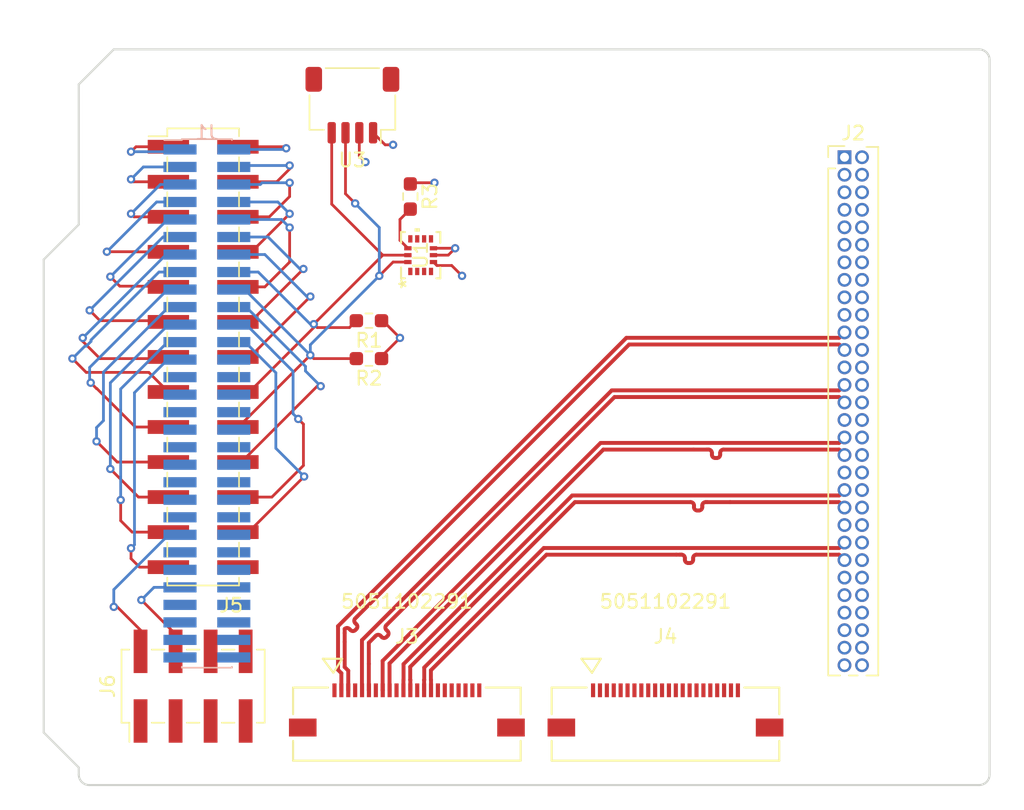
<source format=kicad_pcb>
(kicad_pcb (version 20241229) (generator "pcbnew") (generator_version "9.0")
  (layers (0 "F.Cu" signal) (4 "In1.Cu" signal) (6 "In2.Cu" signal) (2 "B.Cu" signal) (13 "F.Paste" user) (15 "B.Paste" user) (5 "F.SilkS" user "F.Silkscreen") (7 "B.SilkS" user "B.Silkscreen") (1 "F.Mask" user) (3 "B.Mask" user) (25 "Edge.Cuts" user))
  (net 0 "")
  (net 1 "/EAR_M_R")
  (net 2 "/MCU_PSSI_D6")
  (net 3 "/MCU_TRACE_D0")
  (net 4 "GND")
  (net 5 "/MCU_PSSI_PDCK")
  (net 6 "/MCU_TRACE_D3")
  (net 7 "/SOC_GPIO_2_SE0")
  (net 8 "/MCU_I2C4_SDA")
  (net 9 "/LINEOUT_M")
  (net 10 "/HPH_L")
  (net 11 "/LINEOUT_P")
  (net 12 "/EAR_P_R")
  (net 13 "/SOC_GPIO_28")
  (net 14 "/MCU_OPAMP1_VINP")
  (net 15 "/SOC_GPIO_99")
  (net 16 "/MCU_CRS_SYNC")
  (net 17 "/SOC_GPIO_86_SE0")
  (net 18 "/MIC2_BIAS")
  (net 19 "/MCU_TRACE_CLK")
  (net 20 "/SOC_GPIO_18")
  (net 21 "/SOC_GPIO_101")
  (net 22 "/SOC_GPIO_98")
  (net 23 "/HPH_R")
  (net 24 "/MCU_PSSI_D0")
  (net 25 "/MCU_PSSI_D2")
  (net 26 "/HPH_REF")
  (net 27 "/SOC_GPIO_82_SE0")
  (net 28 "/MCU_PSSI_D7")
  (net 29 "/MCU_PSSI_DE")
  (net 30 "/SOC_GPIO_0_SE0")
  (net 31 "/MIC2_INP")
  (net 32 "/MCU_OPAMP1_VOUT")
  (net 34 "/MCU_PSSI_D4")
  (net 35 "/MCU_TRACE_D2")
  (net 36 "/SOC_GPIO_1_SE0")
  (net 37 "/MCU_PE8")
  (net 38 "/MCU_SDMMC1_CMD")
  (net 39 "/SOC_GPIO_100")
  (net 40 "/MCU_PSSI_D3")
  (net 41 "/MCU_PSSI_RDY")
  (net 42 "/MCU_PSSI_D1")
  (net 43 "/MCU_PE7")
  (net 44 "/SOC_GPIO_3_SE0")
  (net 45 "/MCU_PSSI_D5")
  (net 46 "/MCU_MCO")
  (net 47 "/MCU_OPAMP1_VINM")
  (net 49 "/MIC2_INM")
  (net 50 "/HS_DET")
  (net 51 "/MCU_I2C4_SCL")
  (net 52 "/CCI_I2C_SDA1")
  (net 53 "/CCI_I2C_SCL1")
  (net 56 "/CCI_I2C_SDA0")
  (net 57 "/CCI_I2C_SCL0")
  (net 58 "/SOC_CAM_MCLK0")
  (net 59 "/SOC_CAM_MCLK1")
  (net 60 "VBUS")
  (net 61 "+3.3V")
  (net 62 "+1V8")
  (net 63 "VBAT")
  (net 64 "+3V3")
  (net 65 "/SCL0_3.3V")
  (net 68 "/SDA0_3.3V")
  (net 72 "/MIPI_DSI0_L3_P")
  (net 73 "/MIPI_DSI0_L2_P")
  (net 74 "/MIPI_DSI0_L3_N")
  (net 75 "/MIPI_DSI0_L2_N")
  (net 76 "/MIPI_DSI0_CLK_P")
  (net 77 "/MIPI_DSI0_L1_P")
  (net 78 "/MIPI_DSI0_L1_N")
  (net 79 "/MIPI_DSI0_L0_N")
  (net 80 "/MIPI_DSI0_L0_P")
  (net 81 "/MIPI_DSI0_CLK_N")
  (net 82 "/CSI1_LN3_N")
  (net 83 "/CSI1_LN2_N")
  (net 84 "/CSI1_LN1_P")
  (net 85 "/CSI0_CLK_N")
  (net 86 "/CSI0_LN0_N")
  (net 87 "/CSI0_LN0_P")
  (net 88 "/CSI0_LN3_N")
  (net 89 "/CSI1_LN3_P")
  (net 90 "/CSI1_LN0_P")
  (net 91 "/CSI0_LN1_P")
  (net 92 "/CSI1_CLK_N")
  (net 93 "/CSI1_LN2_P")
  (net 94 "/CSI1_LN0_N")
  (net 95 "/CSI0_LN3_P")
  (net 96 "/CSI1_CLK_P")
  (net 97 "/CSI0_LN1_N")
  (net 98 "/CSI0_LN2_N")
  (net 99 "/CSI1_LN1_N")
  (net 100 "/CSI0_CLK_P")
  (net 101 "/CSI0_LN2_P")
  (net 102 "/SDA1_3.3V")
  (net 103 "/SCL1_3.3V")
  (net 104 "/CS")
  (footprint "robotics-footprints:LGA-14L_2P5X3X0P83_STM" (layer "F.Cu") (at 141.75 82.5 90)
    (property "Reference" "U1")
    (property "Value" "LSM6DSO32")
  )
  (footprint "Resistor_SMD:R_0603_1608Metric_Pad0.98x0.95mm_HandSolder" (layer "F.Cu") (at 138 90 180)
    (property "Reference" "R2")
    (property "Value" "10k")
  )
  (footprint "Connector_PinSocket_2.54mm:PinSocket_2x13_P2.54mm_Vertical_SMD" (layer "F.Cu") (at 126.08 89.88)
    (property "Reference" "J5")
    (property "Value" "Conn_02x13_Odd_Even")
  )
  (footprint "Connector_JST:JST_SH_SM04B-SRSS-TB_1x04-1MP_P1.00mm_Horizontal" (layer "F.Cu") (at 136.8 71.625 180)
    (property "Reference" "U3")
    (property "Value" "~")
  )
  (footprint "Connector_PinHeader_2.54mm:PinHeader_2x04_P2.54mm_Vertical_SMD" (layer "F.Cu") (at 125.25 113.75 90)
    (property "Reference" "J6")
    (property "Value" "Conn_02x04_Odd_Even")
  )
  (footprint "robotics-footprints:CON_5051102291_MOL" (layer "F.Cu") (at 159.5 116.5)
    (property "Reference" "J4")
    (property "Value" "Connector_FFC-FPC")
  )
  (footprint "Resistor_SMD:R_0603_1608Metric_Pad0.98x0.95mm_HandSolder" (layer "F.Cu") (at 141 78.25 -90)
    (property "Reference" "R3")
    (property "Value" "10k")
  )
  (footprint "Resistor_SMD:R_0603_1608Metric_Pad0.98x0.95mm_HandSolder" (layer "F.Cu") (at 138 87.25 180)
    (property "Reference" "R1")
    (property "Value" "10k")
  )
  (footprint "robotics-footprints:CON_5051102291_MOL" (layer "F.Cu") (at 140.75 116.5)
    (property "Reference" "J3")
    (property "Value" "Connector_FFC-FPC")
  )
  (footprint "Connector_PinHeader_1.27mm:PinHeader_2x30_P1.27mm_Vertical" (layer "B.Cu") (at 172.48 75.4 180)
    (property "Reference" "J2")
    (property "Value" "Conn_02x30_Odd_Even")
  )
  (footprint "Connector_PinHeader_1.27mm:PinHeader_2x30_P1.27mm_Vertical_SMD" (layer "B.Cu") (at 126.25 93.25 180)
    (property "Reference" "J1")
    (property "Value" "Conn_02x30_Odd_Even")
  )
  (gr_line (start 116.96 70.12) (end 116.96 80.28) (stroke (width 0.15)) (layer "Edge.Cuts"))
  (gr_line (start 114.42 117.11) (end 116.96 119.65) (stroke (width 0.15)) (layer "Edge.Cuts"))
  (gr_line (start 117.722 120.92) (end 182.238 120.92) (stroke (width 0.15)) (layer "Edge.Cuts"))
  (gr_arc (start 182.238 67.58) (mid 182.776815 67.803185) (end 183 68.342) (stroke (width 0.15)) (layer "Edge.Cuts"))
  (gr_line (start 119.5 67.58) (end 116.96 70.12) (stroke (width 0.15)) (layer "Edge.Cuts"))
  (gr_line (start 183 120.158) (end 183 68.342) (stroke (width 0.15)) (layer "Edge.Cuts"))
  (gr_line (start 116.96 80.28) (end 114.42 82.82) (stroke (width 0.15)) (layer "Edge.Cuts"))
  (gr_line (start 114.42 82.82) (end 114.42 117.11) (stroke (width 0.15)) (layer "Edge.Cuts"))
  (gr_line (start 116.96 119.65) (end 116.96 120.158) (stroke (width 0.15)) (layer "Edge.Cuts"))
  (gr_arc (start 117.722 120.92) (mid 117.183185 120.696815) (end 116.96 120.158) (stroke (width 0.15)) (layer "Edge.Cuts"))
  (gr_arc (start 183 120.158) (mid 182.776815 120.696815) (end 182.238 120.92) (stroke (width 0.15)) (layer "Edge.Cuts"))
  (gr_line (start 182.238 67.58) (end 119.5 67.58) (stroke (width 0.15)) (layer "Edge.Cuts"))
  (segment (start 117.25 88.5) (end 117.25 88.75) (width 0.2) (layer "F.Cu") (net 2))
  (segment (start 117.25 88.75) (end 118.5 90) (width 0.2) (layer "F.Cu") (net 2))
  (segment (start 123.34 90) (end 123.46 89.88) (width 0.2) (layer "F.Cu") (net 2))
  (segment (start 118.5 90) (end 123.34 90) (width 0.2) (layer "F.Cu") (net 2))
  (via (at 117.25 88.5) (size 0.6) (drill 0.3) (layers "F.Cu" "B.Cu") (net 2))
  (segment (start 123.295 82.455) (end 124.3 82.455) (width 0.2) (layer "B.Cu") (net 2))
  (segment (start 117.25 88.5) (end 123.295 82.455) (width 0.2) (layer "B.Cu") (net 2))
  (segment (start 130.78 79.72) (end 128.5 79.72) (width 0.2) (layer "F.Cu") (net 3))
  (segment (start 132.25 77.25) (end 132.25 78.25) (width 0.2) (layer "F.Cu") (net 3))
  (segment (start 132.25 78.25) (end 130.78 79.72) (width 0.2) (layer "F.Cu") (net 3))
  (via (at 132.25 77.25) (size 0.6) (drill 0.3) (layers "F.Cu" "B.Cu") (net 3))
  (segment (start 132.25 77.25) (end 130.25 77.25) (width 0.2) (layer "B.Cu") (net 3))
  (segment (start 130.125 77.375) (end 128.2 77.375) (width 0.2) (layer "B.Cu") (net 3))
  (segment (start 130.25 77.25) (end 130.125 77.375) (width 0.2) (layer "B.Cu") (net 3))
  (segment (start 144.25 82) (end 142.6771 82.000001) (width 0.2) (layer "F.Cu") (net 4))
  (segment (start 143.75 82.5) (end 144.25 82) (width 0.2) (layer "F.Cu") (net 4))
  (segment (start 139.75 74.5) (end 139.175 74.5) (width 0.2) (layer "F.Cu") (net 4))
  (segment (start 139.175 74.5) (end 138.3 73.625) (width 0.2) (layer "F.Cu") (net 4))
  (segment (start 142.6771 82.5) (end 143.75 82.5) (width 0.2) (layer "F.Cu") (net 4))
  (via (at 139.75 74.5) (size 0.6) (drill 0.3) (layers "F.Cu" "B.Cu") (net 4))
  (via (at 144.25 82) (size 0.6) (drill 0.3) (layers "F.Cu" "B.Cu") (net 4))
  (segment (start 118.275265 92.174265) (end 121.061 94.96) (width 0.2) (layer "F.Cu") (net 5))
  (segment (start 118.25 92.174265) (end 118.275265 92.174265) (width 0.2) (layer "F.Cu") (net 5))
  (segment (start 117.825735 91.75) (end 118.25 92.174265) (width 0.2) (layer "F.Cu") (net 5))
  (segment (start 121.061 94.96) (end 123.46 94.96) (width 0.2) (layer "F.Cu") (net 5))
  (via (at 117.825735 91.75) (size 0.6) (drill 0.3) (layers "F.Cu" "B.Cu") (net 5))
  (segment (start 117.75 90.643) (end 123.398 84.995) (width 0.2) (layer "B.Cu") (net 5))
  (segment (start 117.75 91.649) (end 117.75 90.643) (width 0.2) (layer "B.Cu") (net 5))
  (segment (start 117.825735 91.724735) (end 117.75 91.649) (width 0.2) (layer "B.Cu") (net 5))
  (segment (start 123.398 84.995) (end 124.3 84.995) (width 0.2) (layer "B.Cu") (net 5))
  (segment (start 117.825735 91.75) (end 117.825735 91.724735) (width 0.2) (layer "B.Cu") (net 5))
  (segment (start 130.45 84.8) (end 128.5 84.8) (width 0.2) (layer "F.Cu") (net 6))
  (segment (start 132.25 80.5) (end 132.25 83) (width 0.2) (layer "F.Cu") (net 6))
  (segment (start 132.25 83) (end 130.45 84.8) (width 0.2) (layer "F.Cu") (net 6))
  (via (at 132.25 80.5) (size 0.6) (drill 0.3) (layers "F.Cu" "B.Cu") (net 6))
  (segment (start 128.2 79.915) (end 131.665 79.915) (width 0.2) (layer "B.Cu") (net 6))
  (segment (start 131.665 79.915) (end 132.25 80.5) (width 0.2) (layer "B.Cu") (net 6))
  (segment (start 137.0875 90) (end 134 90) (width 0.2) (layer "F.Cu") (net 8))
  (segment (start 136.3 78.05) (end 136.3 73.625) (width 0.2) (layer "F.Cu") (net 8))
  (segment (start 138.75 84) (end 139.750001 82.999999) (width 0.2) (layer "F.Cu") (net 8))
  (segment (start 134 90) (end 133.75 89.75) (width 0.2) (layer "F.Cu") (net 8))
  (segment (start 133.75 89.75) (end 128.54 94.96) (width 0.2) (layer "F.Cu") (net 8))
  (segment (start 137 78.75) (end 136.3 78.05) (width 0.2) (layer "F.Cu") (net 8))
  (segment (start 139.750001 82.999999) (end 140.8229 82.999999) (width 0.2) (layer "F.Cu") (net 8))
  (segment (start 128.54 94.96) (end 128.5 94.96) (width 0.2) (layer "F.Cu") (net 8))
  (via (at 137 78.75) (size 0.6) (drill 0.3) (layers "F.Cu" "B.Cu") (net 8))
  (via (at 138.75 84) (size 0.6) (drill 0.3) (layers "F.Cu" "B.Cu") (net 8))
  (via (at 133.75 89.75) (size 0.6) (drill 0.3) (layers "F.Cu" "B.Cu") (net 8))
  (segment (start 138.75 80.5) (end 137 78.75) (width 0.2) (layer "B.Cu") (net 8))
  (segment (start 128.995 84.995) (end 128.2 84.995) (width 0.2) (layer "B.Cu") (net 8))
  (segment (start 133.75 89) (end 138.75 84) (width 0.2) (layer "B.Cu") (net 8))
  (segment (start 133.75 89.75) (end 133.75 89) (width 0.2) (layer "B.Cu") (net 8))
  (segment (start 138.75 84) (end 138.75 80.5) (width 0.2) (layer "B.Cu") (net 8))
  (segment (start 133.75 89.75) (end 128.995 84.995) (width 0.2) (layer "B.Cu") (net 8))
  (segment (start 121.5 107.5) (end 123.98 109.98) (width 0.2) (layer "F.Cu") (net 13))
  (segment (start 123.98 109.98) (end 123.98 111.225) (width 0.2) (layer "F.Cu") (net 13))
  (via (at 121.5 107.5) (size 0.6) (drill 0.3) (layers "F.Cu" "B.Cu") (net 13))
  (segment (start 122.415 106.585) (end 121.5 107.5) (width 0.2) (layer "B.Cu") (net 13))
  (segment (start 124.3 106.585) (end 122.415 106.585) (width 0.2) (layer "B.Cu") (net 13))
  (segment (start 130.96 100.04) (end 128.5 100.04) (width 0.2) (layer "F.Cu") (net 14))
  (segment (start 133.25 97.75) (end 130.96 100.04) (width 0.2) (layer "F.Cu") (net 14))
  (segment (start 132.875 94.375) (end 133.25 94.75) (width 0.2) (layer "F.Cu") (net 14))
  (segment (start 133.25 94.75) (end 133.25 97.75) (width 0.2) (layer "F.Cu") (net 14))
  (via (at 132.875 94.375) (size 0.6) (drill 0.3) (layers "F.Cu" "B.Cu") (net 14))
  (segment (start 129.102 87.535) (end 128.2 87.535) (width 0.2) (layer "B.Cu") (net 14))
  (segment (start 132.5 90.933) (end 129.102 87.535) (width 0.2) (layer "B.Cu") (net 14))
  (segment (start 132.5 94) (end 132.5 90.933) (width 0.2) (layer "B.Cu") (net 14))
  (segment (start 132.875 94.375) (end 132.5 94) (width 0.2) (layer "B.Cu") (net 14))
  (segment (start 121.37 105.12) (end 123.46 105.12) (width 0.2) (layer "F.Cu") (net 16))
  (segment (start 120.75 104.5) (end 121.37 105.12) (width 0.2) (layer "F.Cu") (net 16))
  (segment (start 120.75 103.75) (end 120.75 104.5) (width 0.2) (layer "F.Cu") (net 16))
  (via (at 120.75 103.75) (size 0.6) (drill 0.3) (layers "F.Cu" "B.Cu") (net 16))
  (segment (start 121 92.473) (end 123.398 90.075) (width 0.2) (layer "B.Cu") (net 16))
  (segment (start 121 103.5) (end 121 92.473) (width 0.2) (layer "B.Cu") (net 16))
  (segment (start 123.398 90.075) (end 124.3 90.075) (width 0.2) (layer "B.Cu") (net 16))
  (segment (start 120.75 103.75) (end 121 103.5) (width 0.2) (layer "B.Cu") (net 16))
  (segment (start 119.5 108) (end 119.75 108) (width 0.2) (layer "F.Cu") (net 17))
  (segment (start 121.44 109.69) (end 121.44 111.225) (width 0.2) (layer "F.Cu") (net 17))
  (segment (start 119.75 108) (end 121.44 109.69) (width 0.2) (layer "F.Cu") (net 17))
  (via (at 119.5 108) (size 0.6) (drill 0.3) (layers "F.Cu" "B.Cu") (net 17))
  (segment (start 123.475 102.775) (end 124.3 102.775) (width 0.2) (layer "B.Cu") (net 17))
  (segment (start 119.5 108) (end 119.5 106.75) (width 0.2) (layer "B.Cu") (net 17))
  (segment (start 119.5 106.75) (end 123.475 102.775) (width 0.2) (layer "B.Cu") (net 17))
  (segment (start 132.25 76.25) (end 131.32 77.18) (width 0.2) (layer "F.Cu") (net 19))
  (segment (start 132.25 76) (end 132.25 76.25) (width 0.2) (layer "F.Cu") (net 19))
  (segment (start 131.32 77.18) (end 128.5 77.18) (width 0.2) (layer "F.Cu") (net 19))
  (via (at 132.25 76) (size 0.6) (drill 0.3) (layers "F.Cu" "B.Cu") (net 19))
  (segment (start 128.305 76) (end 128.2 76.105) (width 0.2) (layer "B.Cu") (net 19))
  (segment (start 132.25 76) (end 128.305 76) (width 0.2) (layer "B.Cu") (net 19))
  (segment (start 120.75 75) (end 121.11 74.64) (width 0.2) (layer "F.Cu") (net 24))
  (segment (start 121.11 74.64) (end 123.46 74.64) (width 0.2) (layer "F.Cu") (net 24))
  (via (at 120.75 75) (size 0.6) (drill 0.3) (layers "F.Cu" "B.Cu") (net 24))
  (segment (start 124.135 75) (end 120.75 75) (width 0.2) (layer "B.Cu") (net 24))
  (segment (start 124.3 74.835) (end 124.135 75) (width 0.2) (layer "B.Cu") (net 24))
  (segment (start 120.75 75) (end 121 75) (width 0.2) (layer "B.Cu") (net 24))
  (segment (start 120.97 79.72) (end 123.46 79.72) (width 0.2) (layer "F.Cu") (net 25))
  (segment (start 120.75 79.5) (end 120.97 79.72) (width 0.2) (layer "F.Cu") (net 25))
  (via (at 120.75 79.5) (size 0.6) (drill 0.3) (layers "F.Cu" "B.Cu") (net 25))
  (segment (start 122.875 77.375) (end 120.75 79.5) (width 0.2) (layer "B.Cu") (net 25))
  (segment (start 124.3 77.375) (end 122.875 77.375) (width 0.2) (layer "B.Cu") (net 25))
  (segment (start 116.5 90) (end 117.5 91) (width 0.2) (layer "F.Cu") (net 28))
  (segment (start 122.04 91) (end 123.46 92.42) (width 0.2) (layer "F.Cu") (net 28))
  (segment (start 117.5 91) (end 122.04 91) (width 0.2) (layer "F.Cu") (net 28))
  (via (at 116.5 90) (size 0.6) (drill 0.3) (layers "F.Cu" "B.Cu") (net 28))
  (segment (start 116.5 90) (end 117.399 89.101) (width 0.2) (layer "B.Cu") (net 28))
  (segment (start 122.775 83.725) (end 124.3 83.725) (width 0.2) (layer "B.Cu") (net 28))
  (segment (start 117.399 89.101) (end 117.498943 89.101) (width 0.2) (layer "B.Cu") (net 28))
  (segment (start 117.498943 89.101) (end 117.851 88.748943) (width 0.2) (layer "B.Cu") (net 28))
  (segment (start 117.851 88.748943) (end 117.851 88.649) (width 0.2) (layer "B.Cu") (net 28))
  (segment (start 117.851 88.649) (end 122.775 83.725) (width 0.2) (layer "B.Cu") (net 28))
  (segment (start 119.25 98) (end 121.29 100.04) (width 0.2) (layer "F.Cu") (net 29))
  (segment (start 121.29 100.04) (end 123.46 100.04) (width 0.2) (layer "F.Cu") (net 29))
  (via (at 119.25 98) (size 0.6) (drill 0.3) (layers "F.Cu" "B.Cu") (net 29))
  (segment (start 123.47 87.535) (end 124.3 87.535) (width 0.2) (layer "B.Cu") (net 29))
  (segment (start 119.25 91.755) (end 123.47 87.535) (width 0.2) (layer "B.Cu") (net 29))
  (segment (start 119.25 98) (end 119.25 91.755) (width 0.2) (layer "B.Cu") (net 29))
  (segment (start 128.75 97.5) (end 128.5 97.5) (width 0.2) (layer "F.Cu") (net 32))
  (segment (start 134.25 92) (end 128.75 97.5) (width 0.2) (layer "F.Cu") (net 32))
  (segment (start 134.5 92) (end 134.25 92) (width 0.2) (layer "F.Cu") (net 32))
  (via (at 134.5 92) (size 0.6) (drill 0.3) (layers "F.Cu" "B.Cu") (net 32))
  (segment (start 133.399 90.562) (end 129.102 86.265) (width 0.2) (layer "B.Cu") (net 32))
  (segment (start 134.5 92) (end 133.399 90.899) (width 0.2) (layer "B.Cu") (net 32))
  (segment (start 129.102 86.265) (end 128.2 86.265) (width 0.2) (layer "B.Cu") (net 32))
  (segment (start 133.399 90.899) (end 133.399 90.562) (width 0.2) (layer "B.Cu") (net 32))
  (segment (start 119.25 84.063) (end 119.937 84.75) (width 0.2) (layer "F.Cu") (net 34))
  (segment (start 123.41 84.75) (end 123.46 84.8) (width 0.2) (layer "F.Cu") (net 34))
  (segment (start 119.937 84.75) (end 123.41 84.75) (width 0.2) (layer "F.Cu") (net 34))
  (via (at 119.25 84.063) (size 0.6) (drill 0.3) (layers "F.Cu" "B.Cu") (net 34))
  (segment (start 123.398 79.915) (end 124.3 79.915) (width 0.2) (layer "B.Cu") (net 34))
  (segment (start 119.25 84.063) (end 123.398 79.915) (width 0.2) (layer "B.Cu") (net 34))
  (segment (start 132.25 79.5) (end 129.49 82.26) (width 0.2) (layer "F.Cu") (net 35))
  (segment (start 129.49 82.26) (end 128.5 82.26) (width 0.2) (layer "F.Cu") (net 35))
  (via (at 132.25 79.5) (size 0.6) (drill 0.3) (layers "F.Cu" "B.Cu") (net 35))
  (segment (start 131.75 79) (end 132.25 79.5) (width 0.2) (layer "B.Cu") (net 35))
  (segment (start 128.2 78.645) (end 131.395 78.645) (width 0.2) (layer "B.Cu") (net 35))
  (segment (start 131.395 78.645) (end 131.75 79) (width 0.2) (layer "B.Cu") (net 35))
  (segment (start 133.75 85.5) (end 129.37 89.88) (width 0.2) (layer "F.Cu") (net 37))
  (segment (start 129.37 89.88) (end 128.5 89.88) (width 0.2) (layer "F.Cu") (net 37))
  (via (at 133.75 85.5) (size 0.6) (drill 0.3) (layers "F.Cu" "B.Cu") (net 37))
  (segment (start 130.455 82.455) (end 128.2 82.455) (width 0.2) (layer "B.Cu") (net 37))
  (segment (start 133.5 85.5) (end 130.455 82.455) (width 0.2) (layer "B.Cu") (net 37))
  (segment (start 133.75 85.5) (end 133.5 85.5) (width 0.2) (layer "B.Cu") (net 37))
  (segment (start 132 74.75) (end 131.89 74.64) (width 0.2) (layer "F.Cu") (net 38))
  (segment (start 131.89 74.64) (end 128.5 74.64) (width 0.2) (layer "F.Cu") (net 38))
  (via (at 132 74.75) (size 0.6) (drill 0.3) (layers "F.Cu" "B.Cu") (net 38))
  (segment (start 128.2 74.835) (end 131.915 74.835) (width 0.2) (layer "B.Cu") (net 38))
  (segment (start 131.915 74.835) (end 132 74.75) (width 0.2) (layer "B.Cu") (net 38))
  (segment (start 121.01 82.26) (end 123.46 82.26) (width 0.2) (layer "F.Cu") (net 40))
  (segment (start 119 82.25) (end 121 82.25) (width 0.2) (layer "F.Cu") (net 40))
  (segment (start 121 82.25) (end 121.01 82.26) (width 0.2) (layer "F.Cu") (net 40))
  (via (at 119 82.25) (size 0.6) (drill 0.3) (layers "F.Cu" "B.Cu") (net 40))
  (segment (start 119 82.25) (end 122.605 78.645) (width 0.2) (layer "B.Cu") (net 40))
  (segment (start 122.605 78.645) (end 124.3 78.645) (width 0.2) (layer "B.Cu") (net 40))
  (segment (start 118.25 96) (end 119.75 97.5) (width 0.2) (layer "F.Cu") (net 41))
  (segment (start 119.75 97.5) (end 123.46 97.5) (width 0.2) (layer "F.Cu") (net 41))
  (via (at 118.25 96) (size 0.6) (drill 0.3) (layers "F.Cu" "B.Cu") (net 41))
  (segment (start 123.47 86.265) (end 124.3 86.265) (width 0.2) (layer "B.Cu") (net 41))
  (segment (start 118.75 90.985) (end 123.47 86.265) (width 0.2) (layer "B.Cu") (net 41))
  (segment (start 118.25 95) (end 118.75 94.5) (width 0.2) (layer "B.Cu") (net 41))
  (segment (start 118.75 94.5) (end 118.75 90.985) (width 0.2) (layer "B.Cu") (net 41))
  (segment (start 118.25 96) (end 118.25 95) (width 0.2) (layer "B.Cu") (net 41))
  (segment (start 120.93 77.18) (end 123.46 77.18) (width 0.2) (layer "F.Cu") (net 42))
  (segment (start 120.75 77) (end 120.93 77.18) (width 0.2) (layer "F.Cu") (net 42))
  (via (at 120.75 77) (size 0.6) (drill 0.3) (layers "F.Cu" "B.Cu") (net 42))
  (segment (start 124.3 76.105) (end 121.645 76.105) (width 0.2) (layer "B.Cu") (net 42))
  (segment (start 121.645 76.105) (end 120.75 77) (width 0.2) (layer "B.Cu") (net 42))
  (segment (start 129.41 87.34) (end 128.5 87.34) (width 0.2) (layer "F.Cu") (net 43))
  (segment (start 133.25 83.5) (end 129.41 87.34) (width 0.2) (layer "F.Cu") (net 43))
  (via (at 133.25 83.5) (size 0.6) (drill 0.3) (layers "F.Cu" "B.Cu") (net 43))
  (segment (start 133.25 83.5) (end 133 83.5) (width 0.2) (layer "B.Cu") (net 43))
  (segment (start 133 83.5) (end 130.685 81.185) (width 0.2) (layer "B.Cu") (net 43))
  (segment (start 130.685 81.185) (end 128.2 81.185) (width 0.2) (layer "B.Cu") (net 43))
  (segment (start 118.5 87.25) (end 123.37 87.25) (width 0.2) (layer "F.Cu") (net 45))
  (segment (start 117.75 86.5) (end 118.5 87.25) (width 0.2) (layer "F.Cu") (net 45))
  (segment (start 123.37 87.25) (end 123.46 87.34) (width 0.2) (layer "F.Cu") (net 45))
  (via (at 117.75 86.5) (size 0.6) (drill 0.3) (layers "F.Cu" "B.Cu") (net 45))
  (segment (start 117.75 86.5) (end 123.065 81.185) (width 0.2) (layer "B.Cu") (net 45))
  (segment (start 123.065 81.185) (end 124.3 81.185) (width 0.2) (layer "B.Cu") (net 45))
  (segment (start 120.83 102.58) (end 123.46 102.58) (width 0.2) (layer "F.Cu") (net 46))
  (segment (start 120 100.25) (end 120 101.75) (width 0.2) (layer "F.Cu") (net 46))
  (segment (start 120 101.75) (end 120.83 102.58) (width 0.2) (layer "F.Cu") (net 46))
  (via (at 120 100.25) (size 0.6) (drill 0.3) (layers "F.Cu" "B.Cu") (net 46))
  (segment (start 120 100.25) (end 120 92.203) (width 0.2) (layer "B.Cu") (net 46))
  (segment (start 123.398 88.805) (end 124.3 88.805) (width 0.2) (layer "B.Cu") (net 46))
  (segment (start 120 92.203) (end 123.398 88.805) (width 0.2) (layer "B.Cu") (net 46))
  (segment (start 129.26853 102.58) (end 128.5 102.58) (width 0.2) (layer "F.Cu") (net 47))
  (segment (start 133.299265 98.549265) (end 129.26853 102.58) (width 0.2) (layer "F.Cu") (net 47))
  (via (at 133.299265 98.549265) (size 0.6) (drill 0.3) (layers "F.Cu" "B.Cu") (net 47))
  (segment (start 131.25 96.5) (end 133.299265 98.549265) (width 0.2) (layer "B.Cu") (net 47))
  (segment (start 129.03 88.805) (end 131.25 91.025) (width 0.2) (layer "B.Cu") (net 47))
  (segment (start 131.25 91.025) (end 131.25 96.5) (width 0.2) (layer "B.Cu") (net 47))
  (segment (start 128.2 88.805) (end 129.03 88.805) (width 0.2) (layer "B.Cu") (net 47))
  (segment (start 135.3 73.625) (end 135.3 78.8) (width 0.2) (layer "F.Cu") (net 51))
  (segment (start 134 87.5) (end 134 87.75) (width 0.2) (layer "F.Cu") (net 51))
  (segment (start 134.25 87.25) (end 134 87.5) (width 0.2) (layer "F.Cu") (net 51))
  (segment (start 129.33 92.42) (end 128.5 92.42) (width 0.2) (layer "F.Cu") (net 51))
  (segment (start 139 82.5) (end 140.8229 82.5) (width 0.2) (layer "F.Cu") (net 51))
  (segment (start 134 87.75) (end 129.33 92.42) (width 0.2) (layer "F.Cu") (net 51))
  (segment (start 136.5875 87.75) (end 134.25 87.75) (width 0.2) (layer "F.Cu") (net 51))
  (segment (start 137.0875 87.25) (end 136.5875 87.75) (width 0.2) (layer "F.Cu") (net 51))
  (segment (start 134.25 87.75) (end 134 87.5) (width 0.2) (layer "F.Cu") (net 51))
  (segment (start 134.25 87.25) (end 139 82.5) (width 0.2) (layer "F.Cu") (net 51))
  (segment (start 135.3 78.8) (end 139 82.5) (width 0.2) (layer "F.Cu") (net 51))
  (via (at 134 87.5) (size 0.6) (drill 0.3) (layers "F.Cu" "B.Cu") (net 51))
  (segment (start 129.975 83.725) (end 128.2 83.725) (width 0.2) (layer "B.Cu") (net 51))
  (segment (start 133.75 87.5) (end 129.975 83.725) (width 0.2) (layer "B.Cu") (net 51))
  (segment (start 134 87.5) (end 133.75 87.5) (width 0.2) (layer "B.Cu") (net 51))
  (segment (start 138.9125 87.25) (end 139 87.25) (width 0.2) (layer "F.Cu") (net 61))
  (segment (start 138.9125 89.8375) (end 140.25 88.5) (width 0.2) (layer "F.Cu") (net 61))
  (segment (start 138.9125 90) (end 138.9125 89.8375) (width 0.2) (layer "F.Cu") (net 61))
  (segment (start 142.75 77.25) (end 141.0875 77.25) (width 0.2) (layer "F.Cu") (net 61))
  (segment (start 137.75 75.75) (end 137.3 75.3) (width 0.2) (layer "F.Cu") (net 61))
  (segment (start 144 83.25) (end 142.927101 83.25) (width 0.2) (layer "F.Cu") (net 61))
  (segment (start 137.3 75.3) (end 137.3 73.625) (width 0.2) (layer "F.Cu") (net 61))
  (segment (start 144.75 84) (end 144 83.25) (width 0.2) (layer "F.Cu") (net 61))
  (segment (start 141.0875 77.25) (end 141 77.3375) (width 0.2) (layer "F.Cu") (net 61))
  (segment (start 142.927101 83.25) (end 142.6771 82.999999) (width 0.2) (layer "F.Cu") (net 61))
  (segment (start 139 87.25) (end 140.25 88.5) (width 0.2) (layer "F.Cu") (net 61))
  (via (at 144.75 84) (size 0.6) (drill 0.3) (layers "F.Cu" "B.Cu") (net 61))
  (via (at 137.75 75.75) (size 0.6) (drill 0.3) (layers "F.Cu" "B.Cu") (net 61))
  (via (at 142.75 77.25) (size 0.6) (drill 0.3) (layers "F.Cu" "B.Cu") (net 61))
  (via (at 140.25 88.5) (size 0.6) (drill 0.3) (layers "F.Cu" "B.Cu") (net 61))
  (segment (start 172.0866 96.1134) (end 154.794926 96.1134) (width 0.2832) (layer "F.Cu") (net 85))
  (segment (start 154.794926 96.1134) (end 138.992599 111.915727) (width 0.2832) (layer "F.Cu") (net 85))
  (segment (start 138.992599 111.915727) (end 138.992599 114.042598) (width 0.2832) (layer "F.Cu") (net 85))
  (segment (start 172.48 95.72) (end 172.0866 96.1134) (width 0.2832) (layer "F.Cu") (net 85))
  (segment (start 138.992599 114.042598) (end 139.000001 114.05) (width 0.2832) (layer "F.Cu") (net 85))
  (segment (start 172.48 88.1) (end 172.0866 88.4934) (width 0.2832) (layer "F.Cu") (net 86))
  (segment (start 156.664926 88.4934) (end 135.7584 109.399926) (width 0.2832) (layer "F.Cu") (net 86))
  (segment (start 135.7584 112.566872) (end 135.999999 112.808471) (width 0.2832) (layer "F.Cu") (net 86))
  (segment (start 172.0866 88.4934) (end 156.664926 88.4934) (width 0.2832) (layer "F.Cu") (net 86))
  (segment (start 135.999999 112.808471) (end 135.999999 114.05) (width 0.2832) (layer "F.Cu") (net 86))
  (segment (start 135.7584 109.399926) (end 135.7584 112.566872) (width 0.2832) (layer "F.Cu") (net 86))
  (segment (start 136.500001 112.625125) (end 136.2416 112.366724) (width 0.2832) (layer "F.Cu") (net 87))
  (segment (start 136.2416 112.366724) (end 136.2416 110.545169) (width 0.2832) (layer "F.Cu") (net 87))
  (segment (start 136.581011 109.600074) (end 136.667885 109.686948) (width 0.2832) (layer "F.Cu") (net 87))
  (segment (start 137.092148 109.262683) (end 137.005273 109.175808) (width 0.2832) (layer "F.Cu") (net 87))
  (segment (start 172.0866 88.9766) (end 172.48 89.37) (width 0.2832) (layer "F.Cu") (net 87))
  (segment (start 156.865074 88.9766) (end 172.0866 88.9766) (width 0.2832) (layer "F.Cu") (net 87))
  (segment (start 136.2416 109.895169) (end 136.2416 109.600074) (width 0.2832) (layer "F.Cu") (net 87))
  (segment (start 137.007296 109.686948) (end 137.092148 109.602095) (width 0.2832) (layer "F.Cu") (net 87))
  (segment (start 137.005273 108.836397) (end 137.090128 108.751545) (width 0.2832) (layer "F.Cu") (net 87))
  (segment (start 136.500001 114.05) (end 136.500001 112.625125) (width 0.2832) (layer "F.Cu") (net 87))
  (segment (start 137.090128 108.751545) (end 137.16706 108.674614) (width 0.2832) (layer "F.Cu") (net 87))
  (segment (start 136.2416 110.545169) (end 136.2416 109.895169) (width 0.2832) (layer "F.Cu") (net 87))
  (segment (start 137.16706 108.674614) (end 156.865074 88.9766) (width 0.2832) (layer "F.Cu") (net 87))
  (arc (start 137.092148 109.602095) (mid 137.162443 109.432389) (end 137.092148 109.262683) (width 0.2832) (layer "F.Cu") (net 87))
  (arc (start 137.005273 109.175808) (mid 136.934978 109.006103) (end 137.005273 108.836397) (width 0.2832) (layer "F.Cu") (net 87))
  (arc (start 136.2416 109.600074) (mid 136.411305 109.52978) (end 136.581011 109.600074) (width 0.2832) (layer "F.Cu") (net 87))
  (arc (start 136.667885 109.686948) (mid 136.837591 109.757242) (end 137.007296 109.686948) (width 0.2832) (layer "F.Cu") (net 87))
  (segment (start 150.674926 103.7334) (end 142.008401 112.399925) (width 0.2832) (layer "F.Cu") (net 88))
  (segment (start 142.008401 112.399925) (end 142.008401 113.291598) (width 0.2832) (layer "F.Cu") (net 88))
  (segment (start 172.48 103.34) (end 172.0866 103.7334) (width 0.2832) (layer "F.Cu") (net 88))
  (segment (start 172.0866 103.7334) (end 150.674926 103.7334) (width 0.2832) (layer "F.Cu") (net 88))
  (segment (start 142 113.299999) (end 142 114.05) (width 0.2832) (layer "F.Cu") (net 88))
  (segment (start 142.008401 113.291598) (end 142 113.299999) (width 0.2832) (layer "F.Cu") (net 88))
  (segment (start 138.412559 110.179116) (end 137.992601 110.599073) (width 0.2832) (layer "F.Cu") (net 91))
  (segment (start 172.0866 92.7866) (end 155.805074 92.7866) (width 0.2832) (layer "F.Cu") (net 91))
  (segment (start 172.48 93.18) (end 172.0866 92.7866) (width 0.2832) (layer "F.Cu") (net 91))
  (segment (start 138.928589 110.18603) (end 138.836824 110.094265) (width 0.2832) (layer "F.Cu") (net 91))
  (segment (start 137.992601 112.132794) (end 137.992601 114.042601) (width 0.2832) (layer "F.Cu") (net 91))
  (segment (start 138.497414 110.094264) (end 138.412559 110.179116) (width 0.2832) (layer "F.Cu") (net 91))
  (segment (start 137.992601 110.599073) (end 137.992601 112.132794) (width 0.2832) (layer "F.Cu") (net 91))
  (segment (start 137.992601 114.042601) (end 138 114.05) (width 0.2832) (layer "F.Cu") (net 91))
  (segment (start 139.261088 109.669998) (end 139.352854 109.761764) (width 0.2832) (layer "F.Cu") (net 91))
  (segment (start 155.805074 92.7866) (end 139.261088 109.330586) (width 0.2832) (layer "F.Cu") (net 91))
  (segment (start 139.352853 110.101176) (end 139.268001 110.186029) (width 0.2832) (layer "F.Cu") (net 91))
  (arc (start 139.268001 110.186029) (mid 139.098295 110.256324) (end 138.928589 110.18603) (width 0.2832) (layer "F.Cu") (net 91))
  (arc (start 139.352854 109.761764) (mid 139.423149 109.931469) (end 139.352853 110.101176) (width 0.2832) (layer "F.Cu") (net 91))
  (arc (start 138.836824 110.094265) (mid 138.667118 110.023971) (end 138.497414 110.094264) (width 0.2832) (layer "F.Cu") (net 91))
  (arc (start 139.261088 109.330586) (mid 139.190792 109.500293) (end 139.261088 109.669998) (width 0.2832) (layer "F.Cu") (net 91))
  (segment (start 160.287002 104.2166) (end 150.875074 104.2166) (width 0.2832) (layer "F.Cu") (net 95))
  (segment (start 160.546222 104.2166) (end 160.287002 104.2166) (width 0.2832) (layer "F.Cu") (net 95))
  (segment (start 161.266222 104.822871) (end 161.146222 104.822871) (width 0.2832) (layer "F.Cu") (net 95))
  (segment (start 142.491601 112.600073) (end 142.491601 113.291598) (width 0.2832) (layer "F.Cu") (net 95))
  (segment (start 142.491601 113.291598) (end 142.500002 113.299999) (width 0.2832) (layer "F.Cu") (net 95))
  (segment (start 160.666222 104.2166) (end 160.546222 104.2166) (width 0.2832) (layer "F.Cu") (net 95))
  (segment (start 161.506222 104.4566) (end 161.506222 104.582871) (width 0.2832) (layer "F.Cu") (net 95))
  (segment (start 172.48 104.61) (end 172.0866 104.2166) (width 0.2832) (layer "F.Cu") (net 95))
  (segment (start 150.875074 104.2166) (end 142.491601 112.600073) (width 0.2832) (layer "F.Cu") (net 95))
  (segment (start 172.0866 104.2166) (end 161.746222 104.2166) (width 0.2832) (layer "F.Cu") (net 95))
  (segment (start 142.500002 113.299999) (end 142.500002 114.05) (width 0.2832) (layer "F.Cu") (net 95))
  (segment (start 160.906222 104.582871) (end 160.906222 104.4566) (width 0.2832) (layer "F.Cu") (net 95))
  (arc (start 161.746222 104.2166) (mid 161.576516 104.286894) (end 161.506222 104.4566) (width 0.2832) (layer "F.Cu") (net 95))
  (arc (start 161.146222 104.822871) (mid 160.976516 104.752577) (end 160.906222 104.582871) (width 0.2832) (layer "F.Cu") (net 95))
  (arc (start 160.906222 104.4566) (mid 160.835928 104.286894) (end 160.666222 104.2166) (width 0.2832) (layer "F.Cu") (net 95))
  (arc (start 161.506222 104.582871) (mid 161.435928 104.752577) (end 161.266222 104.822871) (width 0.2832) (layer "F.Cu") (net 95))
  (segment (start 155.604926 92.3034) (end 137.4926 110.415726) (width 0.2832) (layer "F.Cu") (net 97))
  (segment (start 137.4926 110.415726) (end 137.4926 114.042599) (width 0.2832) (layer "F.Cu") (net 97))
  (segment (start 172.48 91.91) (end 172.0866 92.3034) (width 0.2832) (layer "F.Cu") (net 97))
  (segment (start 172.0866 92.3034) (end 155.604926 92.3034) (width 0.2832) (layer "F.Cu") (net 97))
  (segment (start 137.4926 114.042599) (end 137.500001 114.05) (width 0.2832) (layer "F.Cu") (net 97))
  (segment (start 152.734926 99.9234) (end 140.5084 112.149926) (width 0.2832) (layer "F.Cu") (net 98))
  (segment (start 172.48 99.53) (end 172.0866 99.9234) (width 0.2832) (layer "F.Cu") (net 98))
  (segment (start 172.0866 99.9234) (end 152.734926 99.9234) (width 0.2832) (layer "F.Cu") (net 98))
  (segment (start 140.5084 112.149926) (end 140.5084 113.291599) (width 0.2832) (layer "F.Cu") (net 98))
  (segment (start 140.5084 113.291599) (end 140.5 113.299999) (width 0.2832) (layer "F.Cu") (net 98))
  (segment (start 140.5 113.299999) (end 140.5 114.05) (width 0.2832) (layer "F.Cu") (net 98))
  (segment (start 162.865735 96.966339) (end 162.865735 96.8366) (width 0.2832) (layer "F.Cu") (net 100))
  (segment (start 172.0866 96.5966) (end 163.705735 96.5966) (width 0.2832) (layer "F.Cu") (net 100))
  (segment (start 139.492601 112.099073) (end 139.492601 114.042601) (width 0.2832) (layer "F.Cu") (net 100))
  (segment (start 154.995074 96.5966) (end 139.492601 112.099073) (width 0.2832) (layer "F.Cu") (net 100))
  (segment (start 161.535938 96.5966) (end 154.995074 96.5966) (width 0.2832) (layer "F.Cu") (net 100))
  (segment (start 162.625735 96.5966) (end 162.505735 96.5966) (width 0.2832) (layer "F.Cu") (net 100))
  (segment (start 163.225735 97.206339) (end 163.105735 97.206339) (width 0.2832) (layer "F.Cu") (net 100))
  (segment (start 139.492601 114.042601) (end 139.5 114.05) (width 0.2832) (layer "F.Cu") (net 100))
  (segment (start 172.48 96.99) (end 172.0866 96.5966) (width 0.2832) (layer "F.Cu") (net 100))
  (segment (start 163.465735 96.8366) (end 163.465735 96.966339) (width 0.2832) (layer "F.Cu") (net 100))
  (segment (start 162.505735 96.5966) (end 161.535938 96.5966) (width 0.2832) (layer "F.Cu") (net 100))
  (arc (start 162.865735 96.8366) (mid 162.795441 96.666894) (end 162.625735 96.5966) (width 0.2832) (layer "F.Cu") (net 100))
  (arc (start 163.705735 96.5966) (mid 163.536029 96.666894) (end 163.465735 96.8366) (width 0.2832) (layer "F.Cu") (net 100))
  (arc (start 163.105735 97.206339) (mid 162.936029 97.136045) (end 162.865735 96.966339) (width 0.2832) (layer "F.Cu") (net 100))
  (arc (start 163.465735 96.966339) (mid 163.395441 97.136045) (end 163.225735 97.206339) (width 0.2832) (layer "F.Cu") (net 100))
  (segment (start 162.166571 100.77285) (end 162.166571 100.6466) (width 0.2832) (layer "F.Cu") (net 101))
  (segment (start 162.406571 100.4066) (end 162.526571 100.4066) (width 0.2832) (layer "F.Cu") (net 101))
  (segment (start 164.181567 100.4066) (end 172.0866 100.4066) (width 0.2832) (layer "F.Cu") (net 101))
  (segment (start 162.526571 100.4066) (end 164.181567 100.4066) (width 0.2832) (layer "F.Cu") (net 101))
  (segment (start 141 113.299999) (end 140.9916 113.291599) (width 0.2832) (layer "F.Cu") (net 101))
  (segment (start 140.9916 112.350074) (end 152.935074 100.4066) (width 0.2832) (layer "F.Cu") (net 101))
  (segment (start 141 114.05) (end 141 113.299999) (width 0.2832) (layer "F.Cu") (net 101))
  (segment (start 161.806571 101.01285) (end 161.926571 101.01285) (width 0.2832) (layer "F.Cu") (net 101))
  (segment (start 161.566571 100.6466) (end 161.566571 100.77285) (width 0.2832) (layer "F.Cu") (net 101))
  (segment (start 140.9916 113.291599) (end 140.9916 112.350074) (width 0.2832) (layer "F.Cu") (net 101))
  (segment (start 172.0866 100.4066) (end 172.48 100.8) (width 0.2832) (layer "F.Cu") (net 101))
  (segment (start 152.935074 100.4066) (end 161.326571 100.4066) (width 0.2832) (layer "F.Cu") (net 101))
  (arc (start 161.926571 101.01285) (mid 162.096277 100.942556) (end 162.166571 100.77285) (width 0.2832) (layer "F.Cu") (net 101))
  (arc (start 162.166571 100.6466) (mid 162.236865 100.476894) (end 162.406571 100.4066) (width 0.2832) (layer "F.Cu") (net 101))
  (arc (start 161.566571 100.77285) (mid 161.636865 100.942556) (end 161.806571 101.01285) (width 0.2832) (layer "F.Cu") (net 101))
  (arc (start 161.326571 100.4066) (mid 161.496277 100.476894) (end 161.566571 100.6466) (width 0.2832) (layer "F.Cu") (net 101))
  (segment (start 140.8229 82.000001) (end 140.25 81.427101) (width 0.2) (layer "F.Cu") (net 104))
  (segment (start 140.25 81.427101) (end 140.25 79.9125) (width 0.2) (layer "F.Cu") (net 104))
  (segment (start 140.25 79.9125) (end 141 79.1625) (width 0.2) (layer "F.Cu") (net 104))
)
</source>
